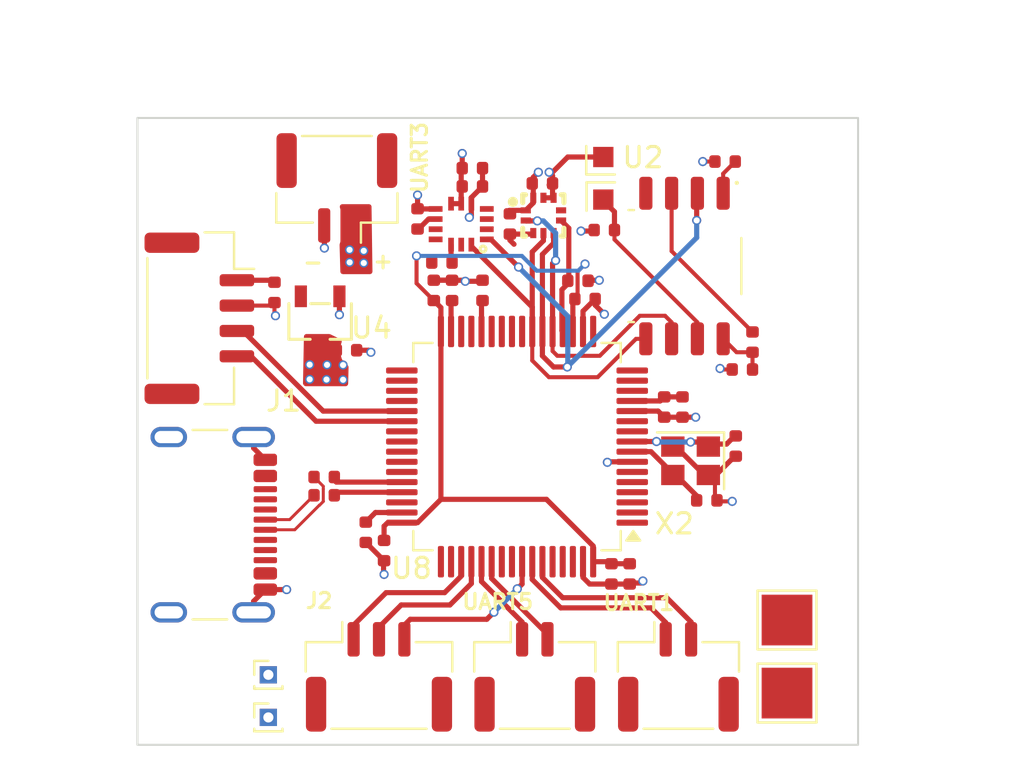
<source format=kicad_pcb>
(kicad_pcb (version 20241229) (generator "pcbnew") (generator_version "9.0")
  (layers (0 "F.Cu" signal) (2 "B.Cu" signal) (13 "F.Paste" user) (15 "B.Paste" user) (5 "F.SilkS" user "F.Silkscreen") (7 "B.SilkS" user "B.Silkscreen") (1 "F.Mask" user) (3 "B.Mask" user) (25 "Edge.Cuts" user))
  (net 0 "")
  (net 1 "+3.3V")
  (net 2 "/SPI3_MOSI")
  (net 3 "/SPI3_MISO")
  (net 4 "GND")
  (net 5 "/SPI3_SCK")
  (net 6 "/USB_FS_DP")
  (net 7 "/OSC_OUT")
  (net 8 "Net-(C16-Pad1)")
  (net 9 "Net-(U8-NRST)")
  (net 10 "Net-(U8-VCAP_2)")
  (net 11 "/USB_FS_DN")
  (net 12 "Net-(U8-VCAP_1)")
  (net 13 "/SPI1_MOSI")
  (net 14 "/SPI1_SCK")
  (net 15 "/SPI1_MISO")
  (net 16 "/SPI5_NSS")
  (net 17 "+5V")
  (net 18 "/SPI1_NSS")
  (net 19 "Net-(U2-~{HOLD}{slash}~{RESET}{slash}IO_{3})")
  (net 20 "Net-(U2-~{WP}{slash}IO_{2})")
  (net 21 "/SPI2_NSS")
  (net 22 "/UART5_TX")
  (net 23 "/UART5_RX")
  (net 24 "Net-(U8-PA11)")
  (net 25 "/USART1_RX")
  (net 26 "/USART6_TX")
  (net 27 "/USART1_TX")
  (net 28 "Net-(U8-VDDA)")
  (net 29 "Net-(U8-PA12)")
  (net 30 "/BOOT1")
  (net 31 "/OSC_IN")
  (net 32 "/USART6_RX")
  (net 35 "/OSC32_IN")
  (net 36 "/OSC32_OUT")
  (net 37 "/SPI2_MISO")
  (net 38 "/SPI2_MOSI")
  (net 39 "/UART4_TX")
  (net 40 "/UART4_RX")
  (net 41 "/USART2_TX")
  (net 42 "/USART2_RX")
  (net 47 "/USART3_TX")
  (net 48 "/USART3_RX")
  (net 50 "/SPI2_SCK")
  (net 63 "Net-(U8-BOOT0)")
  (net 66 "/BMP_INT")
  (net 69 "/IMU_INT")
  (net 72 "Net-(P2-CC)")
  (footprint "Connector_USB:USB_C_Receptacle_GCT_USB4105-xx-A_16P_TopMnt_Horizontal" (layer "F.Cu") (at 131.052536 78.677859 -90)
    (property "Reference" "P2" (hide yes))
    (property "Value" "USB_C_Plug_USB2.0")
  )
  (footprint "PCM_JLCPCB:R_0402" (layer "F.Cu") (at 137.632536 76.327859 180)
    (property "Reference" "R16" (hide yes))
    (property "Value" "22Ω" (hide yes))
  )
  (footprint "PCM_JLCPCB:C_0402" (layer "F.Cu") (at 144.932536 62.002859)
    (property "Reference" "C6" (hide yes))
    (property "Value" "100nF")
  )
  (footprint "TestPoint:TestPoint_Pad_1.0x1.0mm" (layer "F.Cu") (at 151.382536 60.552859)
    (property "Reference" "REF**" (hide yes))
    (property "Value" "TestPoint_Pad_1.0x1.0mm")
  )
  (footprint "Connector_JST:JST_GH_SM02B-GHS-TB_1x02-1MP_P1.25mm_Horizontal" (layer "F.Cu") (at 138.257536 62.077859 180)
    (property "Reference" "UART3")
    (property "Value" "Connector")
  )
  (footprint "Connector_JST:JST_GH_SM03B-GHS-TB_1x03-1MP_P1.25mm_Horizontal" (layer "F.Cu") (at 140.332536 86.177859)
    (property "Reference" "J2")
    (property "Value" "SPI3")
  )
  (footprint "PCM_JLCPCB:C_0402" (layer "F.Cu") (at 158.232536 71.027859)
    (property "Reference" "C1" (hide yes))
    (property "Value" "100nF")
  )
  (footprint "PCM_JLCPCB:R_0402" (layer "F.Cu") (at 145.432536 67.127859 90)
    (property "Reference" "R17" (hide yes))
    (property "Value" "5.1kΩ" (hide yes))
  )
  (footprint "PCM_JLCPCB:R_0402" (layer "F.Cu") (at 157.382536 60.777859 180)
    (property "Reference" "R7" (hide yes))
    (property "Value" "5.1kΩ" (hide yes))
  )
  (footprint "Crystal:Crystal_SMD_2520-4Pin_2.5x2.0mm" (layer "F.Cu") (at 155.682536 75.527859 180)
    (property "Reference" "X2")
    (property "Value" "Shenzhen SCTF Elec SX2B12.000F1010F30")
  )
  (footprint "PCM_JLCPCB:C_0402" (layer "F.Cu") (at 143.932536 67.127859 90)
    (property "Reference" "C13" (hide yes))
    (property "Value" "2.2uF")
  )
  (footprint "Package_QFP:LQFP-64_10x10mm_P0.5mm" (layer "F.Cu") (at 147.132536 74.827859 180)
    (property "Reference" "U8")
    (property "Value" "STM32F405RGTx")
  )
  (footprint "easyeda2kicad:LGA-14_L3.0-W2.5-P0.50-TL" (layer "F.Cu") (at 144.382536 63.862859 180)
    (property "Reference" "U1" (hide yes))
    (property "Value" "ICM-42605")
  )
  (footprint "PCM_JLCPCB:C_0402" (layer "F.Cu") (at 148.382536 61.852859)
    (property "Reference" "C2" (hide yes))
    (property "Value" "100nF")
  )
  (footprint "TestPoint:TestPoint_Pad_1.0x1.0mm" (layer "F.Cu") (at 151.382536 62.652859 -90)
    (property "Reference" "REF**" (hide yes))
    (property "Value" "TestPoint_Pad_1.0x1.0mm")
  )
  (footprint "Connector_JST:JST_GH_SM02B-GHS-TB_1x02-1MP_P1.25mm_Horizontal" (layer "F.Cu") (at 148.007536 86.177859)
    (property "Reference" "UART5")
    (property "Value" "Connector")
  )
  (footprint "Connector_PinHeader_1.00mm:PinHeader_1x01_P1.00mm_Vertical" (layer "F.Cu") (at 134.882536 88.177859)
    (property "Reference" "REF**" (hide yes))
    (property "Value" "PinHeader_1x01_P1.00mm_Vertical")
  )
  (footprint "PCM_JLCPCB:C_0402" (layer "F.Cu") (at 140.582536 79.952859 -90)
    (property "Reference" "C19" (hide yes))
    (property "Value" "100nF")
  )
  (footprint "TestPoint:TestPoint_Pad_2.5x2.5mm" (layer "F.Cu") (at 160.432536 83.377859)
    (property "Reference" "REF**" (hide yes))
    (property "Value" "TestPoint_Pad_2.5x2.5mm")
  )
  (footprint "PCM_JLCPCB:C_0402" (layer "F.Cu") (at 143.032536 67.127859 90)
    (property "Reference" "C17" (hide yes))
    (property "Value" "100nF")
  )
  (footprint "Package_SO:SOIC-8_5.3x5.3mm_P1.27mm" (layer "F.Cu") (at 155.382536 65.927859 -90)
    (property "Reference" "U2")
    (property "Value" "W25Q16JVSS")
  )
  (footprint "PCM_JLCPCB:R_0402" (layer "F.Cu") (at 150.132536 66.652859 180)
    (property "Reference" "R15" (hide yes))
    (property "Value" "5.1kΩ" (hide yes))
  )
  (footprint "MountingHole:MountingHole_2.1mm" (layer "F.Cu") (at 131.332536 61.177859)
    (property "Reference" "REF**" (hide yes))
    (property "Value" "MountingHole_2.1mm")
  )
  (footprint "PCM_JLCPCB:C_0402" (layer "F.Cu") (at 154.382536 72.877859 -90)
    (property "Reference" "C30" (hide yes))
    (property "Value" "1uF")
  )
  (footprint "PCM_JLCPCB:R_0402" (layer "F.Cu") (at 151.432536 64.152859 180)
    (property "Reference" "R4" (hide yes))
    (property "Value" "5.1kΩ" (hide yes))
  )
  (footprint "PCM_JLCPCB:C_0402" (layer "F.Cu") (at 138.732536 70.077859)
    (property "Reference" "C34" (hide yes))
    (property "Value" "1uF")
  )
  (footprint "Connector_PinHeader_1.00mm:PinHeader_1x01_P1.00mm_Vertical" (layer "F.Cu") (at 134.882536 86.077859)
    (property "Reference" "REF**" (hide yes))
    (property "Value" "PinHeader_1x01_P1.00mm_Vertical")
  )
  (footprint "PCM_JLCPCB:C_0402" (layer "F.Cu") (at 150.482536 67.552859)
    (property "Reference" "C16" (hide yes))
    (property "Value" "100nF")
  )
  (footprint "PCM_JLCPCB:R_0402" (layer "F.Cu") (at 158.732536 69.677859 -90)
    (property "Reference" "R3" (hide yes))
    (property "Value" "5.1kΩ" (hide yes))
  )
  (footprint "PCM_JLCPCB:R_0402" (layer "F.Cu") (at 137.632536 77.227859 180)
    (property "Reference" "R9" (hide yes))
    (property "Value" "22Ω" (hide yes))
  )
  (footprint "PCM_JLCPCB:C_0402" (layer "F.Cu") (at 139.682536 79.052859 -90)
    (property "Reference" "C14" (hide yes))
    (property "Value" "2.2uF")
  )
  (footprint "Connector_JST:JST_GH_SM04B-GHS-TB_1x04-1MP_P1.25mm_Horizontal" (layer "F.Cu") (at 131.482536 68.502859 -90)
    (property "Reference" "J1")
    (property "Value" "Conn_01x04")
  )
  (footprint "easyeda2kicad:SENSORM-SMD_BMP388" (layer "F.Cu") (at 148.432536 63.432859 90)
    (property "Reference" "U3" (hide yes))
    (property "Value" "BMP388")
  )
  (footprint "easyeda2kicad:SOT-23-3_L2.9-W1.6-P1.90-LS2.8-BR" (layer "F.Cu") (at 137.432536 68.66 90)
    (property "Reference" "U4")
    (property "Value" "XC6206P332MR")
  )
  (footprint "PCM_JLCPCB:C_0402" (layer "F.Cu") (at 146.782536 63.852859 -90)
    (property "Reference" "C12" (hide yes))
    (property "Value" "100nF")
  )
  (footprint "PCM_JLCPCB:C_0402" (layer "F.Cu") (at 151.782536 81.102859 -90)
    (property "Reference" "C24" (hide yes))
    (property "Value" "4.7uF")
  )
  (footprint "PCM_JLCPCB:C_0402" (layer "F.Cu") (at 144.932536 61.102859 180)
    (property "Reference" "C7" (hide yes))
    (property "Value" "2.2uF")
  )
  (footprint "PCM_JLCPCB:C_0402" (layer "F.Cu") (at 135.182536 67.227859 -90)
    (property "Reference" "C35" (hide yes))
    (property "Value" "1uF")
  )
  (footprint "PCM_JLCPCB:C_0402" (layer "F.Cu") (at 152.682536 81.102859 -90)
    (property "Reference" "C22" (hide yes))
    (property "Value" "100nF")
  )
  (footprint "PCM_JLCPCB:R_0402" (layer "F.Cu") (at 143.432536 65.752859)
    (property "Reference" "R12" (hide yes))
    (property "Value" "5.1kΩ" (hide yes))
  )
  (footprint "PCM_JLCPCB:C_0402" (layer "F.Cu") (at 155.282536 72.877859 -90)
    (property "Reference" "C23" (hide yes))
    (property "Value" "100nF")
  )
  (footprint "PCM_JLCPCB:C_0402" (layer "F.Cu") (at 156.482536 77.477859)
    (property "Reference" "C32" (hide yes))
    (property "Value" "20pF")
  )
  (footprint "Connector_JST:JST_GH_SM02B-GHS-TB_1x02-1MP_P1.25mm_Horizontal" (layer "F.Cu") (at 155.082536 86.177859)
    (property "Reference" "UART1")
    (property "Value" "Connector")
  )
  (footprint "PCM_JLCPCB:C_0402" (layer "F.Cu") (at 157.907536 74.802859 90)
    (property "Reference" "C33" (hide yes))
    (property "Value" "20pF")
  )
  (footprint "PCM_JLCPCB:C_0402" (layer "F.Cu") (at 142.232536 63.602859 90)
    (property "Reference" "C8" (hide yes))
    (property "Value" "10nF")
  )
  (footprint "TestPoint:TestPoint_Pad_2.5x2.5mm" (layer "F.Cu") (at 160.432536 86.977859)
    (property "Reference" "REF**" (hide yes))
    (property "Value" "TestPoint_Pad_2.5x2.5mm")
  )
  (footprint "MountingHole:MountingHole_2.1mm" (layer "F.Cu") (at 131.032536 86.727859)
    (property "Reference" "REF**" (hide yes))
    (property "Value" "MountingHole_2.1mm")
  )
  (footprint "MountingHole:MountingHole_2.1mm" (layer "F.Cu") (at 161.382536 61.127859)
    (property "Reference" "REF**" (hide yes))
    (property "Value" "MountingHole_2.1mm")
  )
  (gr_rect (start 128.432536 58.627859) (end 163.932536 89.527859) (stroke (width 0.1)) (fill no) (layer "Edge.Cuts"))
  (gr_text "-\n" (at 137.082536 65.727859 0) (layer "F.SilkS") (effects (font (size 0.75 0.75))))
  (gr_text "+\n" (at 140.532536 65.677859 0) (layer "F.SilkS") (effects (font (size 0.75 0.75))))
  (segment (start 158.732536 70.177859) (end 157.950036 70.177859) (width 0.2) (layer "F.Cu") (net 1))
  (segment (start 150.882536 64.202859) (end 150.932536 64.152859) (width 0.254) (layer "F.Cu") (net 1))
  (segment (start 144.882536 62.852859) (end 144.882536 62.552859) (width 0.254) (layer "F.Cu") (net 1))
  (segment (start 158.732536 70.177859) (end 158.732536 71.027859) (width 0.2) (layer "F.Cu") (net 1))
  (segment (start 157.950036 70.177859) (end 157.287536 69.515359) (width 0.2) (layer "F.Cu") (net 1))
  (segment (start 144.882536 62.852859) (end 144.882536 63.427859) (width 0.254) (layer "F.Cu") (net 1))
  (segment (start 148.182536 61.302859) (end 147.932536 61.552859) (width 0.254) (layer "F.Cu") (net 1))
  (segment (start 147.932536 62.812859) (end 147.562536 63.182859) (width 0.254) (layer "F.Cu") (net 1))
  (segment (start 146.762536 63.182859) (end 146.712536 63.232859) (width 0.254) (layer "F.Cu") (net 1))
  (segment (start 147.932536 62.562859) (end 147.932536 62.812859) (width 0.254) (layer "F.Cu") (net 1))
  (segment (start 142.232536 63.052859) (end 142.292536 63.112859) (width 0.254) (layer "F.Cu") (net 1))
  (segment (start 142.232536 62.427859) (end 142.232536 63.052859) (width 0.254) (layer "F.Cu") (net 1))
  (segment (start 144.882536 63.427859) (end 144.782536 63.527859) (width 0.254) (layer "F.Cu") (net 1))
  (segment (start 147.562536 63.182859) (end 146.762536 63.182859) (width 0.254) (layer "F.Cu") (net 1))
  (segment (start 150.282536 64.202859) (end 150.882536 64.202859) (width 0.254) (layer "F.Cu") (net 1))
  (segment (start 144.882536 62.552859) (end 145.432536 62.002859) (width 0.254) (layer "F.Cu") (net 1))
  (segment (start 156.882536 60.777859) (end 156.282536 60.777859) (width 0.2) (layer "F.Cu") (net 1))
  (segment (start 145.432536 62.002859) (end 145.432536 61.102859) (width 0.254) (layer "F.Cu") (net 1))
  (segment (start 150.657536 66.627859) (end 150.632536 66.652859) (width 0.254) (layer "F.Cu") (net 1))
  (segment (start 142.292536 63.112859) (end 143.122536 63.112859) (width 0.254) (layer "F.Cu") (net 1))
  (segment (start 147.932536 61.552859) (end 147.932536 62.562859) (width 0.254) (layer "F.Cu") (net 1))
  (segment (start 151.182536 66.627859) (end 150.657536 66.627859) (width 0.254) (layer "F.Cu") (net 1))
  (via (at 136.917536 70.787859) (size 0.45) (drill 0.3) (layers "F.Cu" "B.Cu") (net 1))
  (via (at 138.882536 65.127859) (size 0.45) (drill 0.3) (layers "F.Cu" "B.Cu") (net 1))
  (via (at 151.182536 66.627859) (size 0.45) (drill 0.3) (layers "F.Cu" "B.Cu") (net 1))
  (via (at 150.282536 64.202859) (size 0.45) (drill 0.3) (layers "F.Cu" "B.Cu") (net 1))
  (via (at 156.282536 60.777859) (size 0.45) (drill 0.3) (layers "F.Cu" "B.Cu") (net 1))
  (via (at 148.182536 61.302859) (size 0.45) (drill 0.3) (layers "F.Cu" "B.Cu") (net 1))
  (via (at 137.747536 71.522859) (size 0.45) (drill 0.3) (layers "F.Cu" "B.Cu") (net 1))
  (via (at 136.917536 71.512859) (size 0.45) (drill 0.3) (layers "F.Cu" "B.Cu") (net 1))
  (via (at 137.772536 70.797859) (size 0.45) (drill 0.3) (layers "F.Cu" "B.Cu") (net 1))
  (via (at 138.562536 70.807859) (size 0.45) (drill 0.3) (layers "F.Cu" "B.Cu") (net 1))
  (via (at 139.582536 65.177859) (size 0.45) (drill 0.3) (layers "F.Cu" "B.Cu") (net 1))
  (via (at 144.782536 63.527859) (size 0.45) (drill 0.3) (layers "F.Cu" "B.Cu") (net 1))
  (via (at 138.888042 65.745412) (size 0.45) (drill 0.3) (layers "F.Cu" "B.Cu") (net 1))
  (via (at 142.232536 62.427859) (size 0.45) (drill 0.3) (layers "F.Cu" "B.Cu") (net 1))
  (via (at 138.562536 71.532859) (size 0.45) (drill 0.3) (layers "F.Cu" "B.Cu") (net 1))
  (via (at 139.582536 65.777859) (size 0.45) (drill 0.3) (layers "F.Cu" "B.Cu") (net 1))
  (segment (start 147.382536 80.502859) (end 147.382536 81.602859) (width 0.254) (layer "F.Cu") (net 2))
  (segment (start 145.995036 82.990359) (end 145.645036 83.340359) (width 0.254) (layer "F.Cu") (net 2))
  (segment (start 141.582536 83.627859) (end 141.582536 84.327859) (width 0.254) (layer "F.Cu") (net 2))
  (segment (start 147.382536 81.602859) (end 147.145036 81.840359) (width 0.254) (layer "F.Cu") (net 2))
  (segment (start 145.645036 83.340359) (end 141.870036 83.340359) (width 0.254) (layer "F.Cu") (net 2))
  (segment (start 141.870036 83.340359) (end 141.582536 83.627859) (width 0.254) (layer "F.Cu") (net 2))
  (via (at 147.145036 81.840359) (size 0.45) (drill 0.3) (layers "F.Cu" "B.Cu") (net 2))
  (via (at 145.995036 82.990359) (size 0.45) (drill 0.3) (layers "F.Cu" "B.Cu") (net 2))
  (segment (start 145.995036 82.990359) (end 147.145036 81.840359) (width 0.254) (layer "B.Cu") (net 2))
  (segment (start 140.332536 84.327859) (end 140.332536 83.727859) (width 0.254) (layer "F.Cu") (net 3))
  (segment (start 140.332536 83.727859) (end 141.425936 82.634459) (width 0.254) (layer "F.Cu") (net 3))
  (segment (start 141.425936 82.634459) (end 143.825936 82.634459) (width 0.254) (layer "F.Cu") (net 3))
  (segment (start 143.825936 82.634459) (end 144.882536 81.577859) (width 0.254) (layer "F.Cu") (net 3))
  (segment (start 144.882536 81.577859) (end 144.882536 80.502859) (width 0.254) (layer "F.Cu") (net 3))
  (segment (start 148.714536 61.927859) (end 148.882536 61.927859) (width 0.254) (layer "F.Cu") (net 4))
  (segment (start 152.682536 81.602859) (end 151.782536 81.602859) (width 0.254) (layer "F.Cu") (net 4))
  (segment (start 139.832536 70.077859) (end 139.232536 70.077859) (width 0.254) (layer "F.Cu") (net 4))
  (segment (start 147.882536 64.352859) (end 147.932536 64.302859) (width 0.254) (layer "F.Cu") (net 4))
  (segment (start 144.382536 62.852859) (end 144.382536 61.152859) (width 0.254) (layer "F.Cu") (net 4))
  (segment (start 157.032536 77.527859) (end 156.982536 77.477859) (width 0.2) (layer "F.Cu") (net 4))
  (segment (start 138.382536 68.327859) (end 138.382536 67.42) (width 0.254) (layer "F.Cu") (net 4))
  (segment (start 148.882536 61.852859) (end 148.882536 61.470859) (width 0.254) (layer "F.Cu") (net 4))
  (segment (start 155.932536 73.377859) (end 155.282536 73.377859) (width 0.254) (layer "F.Cu") (net 4))
  (segment (start 153.332536 81.452859) (end 153.232536 81.552859) (width 0.254) (layer "F.Cu") (net 4))
  (segment (start 135.032536 67.727859) (end 135.182536 67.727859) (width 0.2) (layer "F.Cu") (net 4))
  (segment (start 139.932536 70.177859) (end 139.832536 70.077859) (width 0.254) (layer "F.Cu") (net 4))
  (segment (start 134.732536 81.877859) (end 135.782536 81.877859) (width 0.254) (layer "F.Cu") (net 4))
  (segment (start 150.982536 67.852859) (end 151.432536 68.302859) (width 0.254) (layer "F.Cu") (net 4))
  (segment (start 135.032536 67.877859) (end 135.182536 67.727859) (width 0.2) (layer "F.Cu") (net 4))
  (segment (start 157.057536 76.102859) (end 157.857536 75.302859) (width 0.254) (layer "F.Cu") (net 4))
  (segment (start 151.782536 81.602859) (end 150.707537 81.602859) (width 0.254) (layer "F.Cu") (net 4))
  (segment (start 148.882536 61.852859) (end 148.882536 62.512859) (width 0.254) (layer "F.Cu") (net 4))
  (segment (start 140.557536 80.477859) (end 140.582536 80.452859) (width 0.254) (layer "F.Cu") (net 4))
  (segment (start 156.882536 77.377859) (end 156.982536 77.477859) (width 0.2) (layer "F.Cu") (net 4))
  (segment (start 152.832536 81.552859) (end 152.782536 81.602859) (width 0.254) (layer "F.Cu") (net 4))
  (segment (start 156.232536 76.102859) (end 156.582536 76.102859) (width 0.254) (layer "F.Cu") (net 4))
  (segment (start 135.182536 67.727859) (end 135.182536 68.327859) (width 0.2) (layer "F.Cu") (net 4))
  (segment (start 144.582536 66.677859) (end 144.532536 66.627859) (width 0.254) (layer "F.Cu") (net 4))
  (segment (start 144.382536 62.852859) (end 143.882536 62.852859) (width 0.254) (layer "F.Cu") (net 4))
  (segment (start 157.732536 71.027859) (end 157.182536 71.027859) (width 0.2) (layer "F.Cu") (net 4))
  (segment (start 148.882536 62.512859) (end 148.932536 62.562859) (width 0.254) (layer "F.Cu") (net 4))
  (segment (start 148.882536 61.302859) (end 149.632536 60.552859) (width 0.254) (layer "F.Cu") (net 4))
  (segment (start 156.557536 76.227859) (end 156.882536 76.552859) (width 0.2) (layer "F.Cu") (net 4))
  (segment (start 140.582536 81.127859) (end 140.557536 81.102859) (width 0.254) (layer "F.Cu") (net 4))
  (segment (start 135.182536 68.327859) (end 135.232536 68.377859) (width 0.2) (layer "F.Cu") (net 4))
  (segment (start 154.082536 73.077859) (end 154.382536 73.377859) (width 0.254) (layer "F.Cu") (net 4))
  (segment (start 134.157536 74.902859) (end 134.732536 75.477859) (width 0.254) (layer "F.Cu") (net 4))
  (segment (start 137.642536 65.041788) (end 137.642536 64.133929) (width 0.254) (layer "F.Cu") (net 4))
  (segment (start 140.557536 81.102859) (end 140.557536 80.477859) (width 0.254) (layer "F.Cu") (net 4))
  (segment (start 134.157536 82.452859) (end 134.732536 81.877859) (width 0.254) (layer "F.Cu") (net 4))
  (segment (start 157.182536 71.027859) (end 157.132536 70.977859) (width 0.2) (layer "F.Cu") (net 4))
  (segment (start 142.282536 64.102859) (end 142.772536 63.612859) (width 0.254) (layer "F.Cu") (net 4))
  (segment (start 144.582536 66.677859) (end 145.382536 66.677859) (width 0.254) (layer "F.Cu") (net 4))
  (segment (start 142.772536 63.612859) (end 143.122536 63.612859) (width 0.254) (layer "F.Cu") (net 4))
  (segment (start 139.682536 79.552859) (end 140.582536 80.452859) (width 0.254) (layer "F.Cu") (net 4))
  (segment (start 148.882536 61.470859) (end 148.714536 61.302859) (width 0.254) (layer "F.Cu") (net 4))
  (segment (start 143.932536 66.627859) (end 143.032536 66.627859) (width 0.254) (layer "F.Cu") (net 4))
  (segment (start 150.982536 67.552859) (end 150.382536 68.152859) (width 0.254) (layer "F.Cu") (net 4))
  (segment (start 134.157536 82.997859) (end 134.157536 82.452859) (width 0.254) (layer "F.Cu") (net 4))
  (segment (start 153.232536 81.552859) (end 152.832536 81.552859) (width 0.254) (layer "F.Cu") (net 4))
  (segment (start 146.982536 64.852859) (end 146.782536 64.652859) (width 0.254) (layer "F.Cu") (net 4))
  (segment (start 145.382536 66.677859) (end 145.432536 66.627859) (width 0.254) (layer "F.Cu") (net 4))
  (segment (start 150.382536 68.152859) (end 150.382536 69.152859) (width 0.254) (layer "F.Cu") (net 4))
  (segment (start 133.332536 67.877859) (end 135.032536 67.877859) (width 0.2) (layer "F.Cu") (net 4))
  (segment (start 150.382536 81.277858) (end 150.382536 80.502859) (width 0.254) (layer "F.Cu") (net 4))
  (segment (start 152.782536 81.602859) (end 152.682536 81.602859) (width 0.254) (layer "F.Cu") (net 4))
  (segment (start 146.782536 64.352859) (end 147.882536 64.352859) (width 0.254) (layer "F.Cu") (net 4))
  (segment (start 154.382536 73.377859) (end 155.282536 73.377859) (width 0.254) (layer "F.Cu") (net 4))
  (segment (start 149.632536 60.552859) (end 151.332536 60.552859) (width 0.254) (layer "F.Cu") (net 4))
  (segment (start 157.732536 77.527859) (end 157.032536 77.527859) (width 0.2) (layer "F.Cu") (net 4))
  (segment (start 150.707537 81.602859) (end 150.382536 81.277858) (width 0.254) (layer "F.Cu") (net 4))
  (segment (start 144.532536 66.627859) (end 143.032536 66.627859) (width 0.254) (layer "F.Cu") (net 4))
  (segment (start 156.882536 76.552859) (end 156.882536 77.377859) (width 0.2) (layer "F.Cu") (net 4))
  (segment (start 150.982536 67.552859) (end 150.982536 67.852859) (width 0.254) (layer "F.Cu") (net 4))
  (segment (start 154.832536 74.702859) (end 156.232536 76.102859) (width 0.254) (layer "F.Cu") (net 4))
  (segment (start 148.432536 62.562859) (end 148.932536 62.562859) (width 0.254) (layer "F.Cu") (net 4))
  (segment (start 144.382536 61.152859) (end 144.432536 61.102859) (width 0.254) (layer "F.Cu") (net 4))
  (segment (start 146.782536 64.652859) (end 146.782536 64.352859) (width 0.254) (layer "F.Cu") (net 4))
  (segment (start 134.157536 74.357859) (end 134.157536 74.902859) (width 0.254) (layer "F.Cu") (net 4))
  (segment (start 144.432536 60.377859) (end 144.432536 61.102859) (width 0.254) (layer "F.Cu") (net 4))
  (segment (start 152.807536 73.077859) (end 154.082536 73.077859) (width 0.254) (layer "F.Cu") (net 4))
  (via (at 148.714536 61.302859) (size 0.45) (drill 0.3) (layers "F.Cu" "B.Cu") (net 4))
  (via (at 157.732536 77.527859) (size 0.45) (drill 0.3) (layers "F.Cu" "B.Cu") (net 4))
  (via (at 135.782536 81.877859) (size 0.45) (drill 0.3) (layers "F.Cu" "B.Cu") (net 4))
  (via (at 140.582536 81.127859) (size 0.45) (drill 0.3) (layers "F.Cu" "B.Cu") (net 4))
  (via (at 139.932536 70.177859) (size 0.45) (drill 0.3) (layers "F.Cu" "B.Cu") (net 4))
  (via (at 137.642536 65.041788) (size 0.45) (drill 0.3) (layers "F.Cu" "B.Cu") (net 4))
  (via (at 138.382536 68.327859) (size 0.45) (drill 0.3) (layers "F.Cu" "B.Cu") (net 4))
  (via (at 157.132536 70.977859) (size 0.45) (drill 0.3) (layers "F.Cu" "B.Cu") (net 4))
  (via (at 144.432536 60.377859) (size 0.45) (drill 0.3) (layers "F.Cu" "B.Cu") (net 4))
  (via (at 144.582536 66.677859) (size 0.45) (drill 0.3) (layers "F.Cu" "B.Cu") (net 4))
  (via (at 155.932536 73.377859) (size 0.45) (drill 0.3) (layers "F.Cu" "B.Cu") (net 4))
  (via (at 153.332536 81.452859) (size 0.45) (drill 0.3) (layers "F.Cu" "B.Cu") (net 4))
  (via (at 135.232536 68.377859) (size 0.45) (drill 0.3) (layers "F.Cu" "B.Cu") (net 4))
  (via (at 151.432536 68.302859) (size 0.45) (drill 0.3) (layers "F.Cu" "B.Cu") (net 4))
  (segment (start 144.382536 81.210707) (end 144.382536 80.502859) (width 0.254) (layer "F.Cu") (net 5))
  (segment (start 143.565384 82.027859) (end 144.382536 81.210707) (width 0.254) (layer "F.Cu") (net 5))
  (segment (start 140.682536 82.027859) (end 143.565384 82.027859) (width 0.254) (layer "F.Cu") (net 5))
  (segment (start 139.082536 83.627859) (end 140.682536 82.027859) (width 0.254) (layer "F.Cu") (net 5))
  (segment (start 139.082536 84.327859) (end 139.082536 83.627859) (width 0.254) (layer "F.Cu") (net 5))
  (segment (start 135.932536 78.427859) (end 137.132536 77.227859) (width 0.146812) (layer "F.Cu") (net 6))
  (segment (start 134.732536 78.427859) (end 135.932536 78.427859) (width 0.146812) (layer "F.Cu") (net 6))
  (segment (start 156.582536 74.702859) (end 157.457536 74.702859) (width 0.254) (layer "F.Cu") (net 7))
  (segment (start 154.002936 74.577859) (end 152.807536 74.577859) (width 0.254) (layer "F.Cu") (net 7))
  (segment (start 156.482536 74.602859) (end 156.582536 74.702859) (width 0.254) (layer "F.Cu") (net 7))
  (segment (start 157.457536 74.702859) (end 157.857536 74.302859) (width 0.254) (layer "F.Cu") (net 7))
  (segment (start 155.682536 74.602859) (end 156.482536 74.602859) (width 0.254) (layer "F.Cu") (net 7))
  (via (at 155.682536 74.602859) (size 0.45) (drill 0.3) (layers "F.Cu" "B.Cu") (net 7))
  (via (at 154.002936 74.577859) (size 0.45) (drill 0.3) (layers "F.Cu" "B.Cu") (net 7))
  (segment (start 154.002936 74.577859) (end 154.027936 74.602859) (width 0.254) (layer "B.Cu") (net 7))
  (segment (start 154.027936 74.602859) (end 155.682536 74.602859) (width 0.254) (layer "B.Cu") (net 7))
  (segment (start 140.582536 78.752859) (end 140.732536 78.602859) (width 0.254) (layer "F.Cu") (net 8))
  (segment (start 150.882536 79.72786) (end 148.582534 77.427858) (width 0.254) (layer "F.Cu") (net 8))
  (segment (start 149.882536 69.152859) (end 149.882536 67.627859) (width 0.254) (layer "F.Cu") (net 8))
  (segment (start 142.182536 65.427859) (end 142.182536 66.777859) (width 0.2) (layer "F.Cu") (net 8))
  (segment (start 152.682536 80.602859) (end 151.782536 80.602859) (width 0.254) (layer "F.Cu") (net 8))
  (segment (start 143.382536 77.427858) (end 142.232535 78.577859) (width 0.254) (layer "F.Cu") (net 8))
  (segment (start 150.115136 67.420259) (end 150.115136 66.195259) (width 0.2) (layer "F.Cu") (net 8))
  (segment (start 148.582534 77.427858) (end 143.382536 77.427858) (width 0.254) (layer "F.Cu") (net 8))
  (segment (start 143.382536 67.977859) (end 143.032536 67.627859) (width 0.254) (layer "F.Cu") (net 8))
  (segment (start 143.382536 69.152859) (end 143.382536 67.977859) (width 0.254) (layer "F.Cu") (net 8))
  (segment (start 142.182536 66.777859) (end 143.032536 67.627859) (width 0.2) (layer "F.Cu") (net 8))
  (segment (start 151.682536 80.502859) (end 151.782536 80.602859) (width 0.254) (layer "F.Cu") (net 8))
  (segment (start 150.882536 80.502859) (end 151.682536 80.502859) (width 0.254) (layer "F.Cu") (net 8))
  (segment (start 150.882536 80.502859) (end 150.882536 79.72786) (width 0.254) (layer "F.Cu") (net 8))
  (segment (start 149.982536 67.552859) (end 150.115136 67.420259) (width 0.2) (layer "F.Cu") (net 8))
  (segment (start 140.582536 79.452859) (end 140.582536 78.752859) (width 0.254) (layer "F.Cu") (net 8))
  (segment (start 142.232535 78.577859) (end 141.457536 78.577859) (width 0.254) (layer "F.Cu") (net 8))
  (segment (start 150.115136 66.195259) (end 150.482536 65.827859) (width 0.2) (layer "F.Cu") (net 8))
  (segment (start 143.382536 69.152859) (end 143.382536 77.427858) (width 0.254) (layer "F.Cu") (net 8))
  (via (at 142.182536 65.427859) (size 0.45) (drill 0.3) (layers "F.Cu" "B.Cu") (net 8))
  (via (at 150.482536 65.827859) (size 0.45) (drill 0.3) (layers "F.Cu" "B.Cu") (net 8))
  (segment (start 147.371714 65.427859) (end 142.182536 65.427859) (width 0.2) (layer "B.Cu") (net 8))
  (segment (start 148.101714 66.157859) (end 147.371714 65.427859) (width 0.2) (layer "B.Cu") (net 8))
  (segment (start 150.482536 65.827859) (end 150.152536 66.157859) (width 0.2) (layer "B.Cu") (net 8))
  (segment (start 150.152536 66.157859) (end 148.101714 66.157859) (width 0.2) (layer "B.Cu") (net 8))
  (segment (start 151.607536 75.577859) (end 151.582536 75.602859) (width 0.254) (layer "F.Cu") (net 9))
  (segment (start 152.807536 75.577859) (end 151.607536 75.577859) (width 0.254) (layer "F.Cu") (net 9))
  (via (at 151.582536 75.602859) (size 0.45) (drill 0.3) (layers "F.Cu" "B.Cu") (net 9))
  (segment (start 140.157536 78.077859) (end 141.457536 78.077859) (width 0.254) (layer "F.Cu") (net 10))
  (segment (start 139.682536 78.552859) (end 140.157536 78.077859) (width 0.254) (layer "F.Cu") (net 10))
  (segment (start 137.588542 77.521853) (end 137.588542 76.923085) (width 0.146812) (layer "F.Cu") (net 11))
  (segment (start 137.588542 77.532633) (end 137.588542 77.521853) (width 0.146812) (layer "F.Cu") (net 11))
  (segment (start 134.732536 78.927859) (end 136.182536 78.927859) (width 0.146812) (layer "F.Cu") (net 11))
  (segment (start 137.588542 76.923085) (end 137.588542 76.783865) (width 0.146812) (layer "F.Cu") (net 11))
  (segment (start 136.182536 78.927859) (end 137.39653 77.713865) (width 0.146812) (layer "F.Cu") (net 11))
  (segment (start 137.588542 76.783865) (end 137.132536 76.327859) (width 0.146812) (layer "F.Cu") (net 11))
  (segment (start 137.40731 77.713865) (end 137.588542 77.532633) (width 0.146812) (layer "F.Cu") (net 11))
  (segment (start 137.39653 77.713865) (end 137.40731 77.713865) (width 0.146812) (layer "F.Cu") (net 11))
  (segment (start 143.882536 67.677859) (end 143.932536 67.627859) (width 0.254) (layer "F.Cu") (net 12))
  (segment (start 143.882536 69.152859) (end 143.882536 67.677859) (width 0.254) (layer "F.Cu") (net 12))
  (segment (start 152.995036 69.515359) (end 151.102536 71.407859) (width 0.2) (layer "F.Cu") (net 13))
  (segment (start 153.477536 69.515359) (end 152.995036 69.515359) (width 0.2) (layer "F.Cu") (net 13))
  (segment (start 148.432536 64.302859) (end 148.432536 64.678551) (width 0.254) (layer "F.Cu") (net 13))
  (segment (start 148.705004 71.407859) (end 147.882536 70.585391) (width 0.2) (layer "F.Cu") (net 13))
  (segment (start 147.882536 70.585391) (end 147.882536 69.152859) (width 0.2) (layer "F.Cu") (net 13))
  (segment (start 144.882536 64.952859) (end 147.882536 67.952859) (width 0.254) (layer "F.Cu") (net 13))
  (segment (start 147.882536 67.952859) (end 147.882536 69.152859) (width 0.254) (layer "F.Cu") (net 13))
  (segment (start 147.882536 65.228551) (end 147.882536 69.152859) (width 0.254) (layer "F.Cu") (net 13))
  (segment (start 151.102536 71.407859) (end 148.705004 71.407859) (width 0.2) (layer "F.Cu") (net 13))
  (segment (start 148.432536 64.678551) (end 147.882536 65.228551) (width 0.254) (layer "F.Cu") (net 13))
  (segment (start 148.882536 70.117323) (end 148.882536 69.152859) (width 0.2) (layer "F.Cu") (net 14))
  (segment (start 149.032536 65.652859) (end 148.882536 65.802859) (width 0.254) (layer "F.Cu") (net 14))
  (segment (start 154.422535 68.377859) (end 153.182536 68.377859) (width 0.2) (layer "F.Cu") (net 14))
  (segment (start 151.207536 70.352859) (end 149.118072 70.352859) (width 0.2) (layer "F.Cu") (net 14))
  (segment (start 148.132536 63.702859) (end 147.582536 63.702859) (width 0.254) (layer "F.Cu") (net 14))
  (segment (start 154.747536 68.70286) (end 154.422535 68.377859) (width 0.2) (layer "F.Cu") (net 14))
  (segment (start 153.182536 68.377859) (end 151.207536 70.352859) (width 0.2) (layer "F.Cu") (net 14))
  (segment (start 148.882536 65.802859) (end 148.882536 69.152859) (width 0.254) (layer "F.Cu") (net 14))
  (segment (start 154.747536 69.515359) (end 154.747536 68.70286) (width 0.2) (layer "F.Cu") (net 14))
  (segment (start 147.582536 63.702859) (end 147.562536 63.682859) (width 0.254) (layer "F.Cu") (net 14))
  (segment (start 149.118072 70.352859) (end 148.882536 70.117323) (width 0.2) (layer "F.Cu") (net 14))
  (via (at 149.032536 65.652859) (size 0.45) (drill 0.3) (layers "F.Cu" "B.Cu") (net 14))
  (via (at 148.132536 63.702859) (size 0.45) (drill 0.3) (layers "F.Cu" "B.Cu") (net 14))
  (segment (start 148.432536 63.702859) (end 148.132536 63.702859) (width 0.254) (layer "B.Cu") (net 14))
  (segment (start 149.032536 64.302859) (end 148.432536 63.702859) (width 0.254) (layer "B.Cu") (net 14))
  (segment (start 149.032536 65.652859) (end 149.032536 64.302859) (width 0.254) (layer "B.Cu") (net 14))
  (segment (start 149.607536 70.902859) (end 148.930174 70.902859) (width 0.254) (layer "F.Cu") (net 15))
  (segment (start 148.382536 70.355221) (end 148.382536 69.152859) (width 0.254) (layer "F.Cu") (net 15))
  (segment (start 145.842536 64.612859) (end 145.642536 64.612859) (width 0.254) (layer "F.Cu") (net 15))
  (segment (start 148.932536 64.802859) (end 148.932536 64.302859) (width 0.254) (layer "F.Cu") (net 15))
  (segment (start 148.382536 65.352859) (end 148.932536 64.802859) (width 0.254) (layer "F.Cu") (net 15))
  (segment (start 148.930174 70.902859) (end 148.382536 70.355221) (width 0.254) (layer "F.Cu") (net 15))
  (segment (start 155.982536 62.375359) (end 156.017536 62.340359) (width 0.254) (layer "F.Cu") (net 15))
  (segment (start 148.382536 69.152859) (end 148.382536 65.352859) (width 0.254) (layer "F.Cu") (net 15))
  (segment (start 147.207536 65.977859) (end 145.842536 64.612859) (width 0.254) (layer "F.Cu") (net 15))
  (segment (start 155.982536 63.677859) (end 155.982536 62.375359) (width 0.254) (layer "F.Cu") (net 15))
  (via (at 155.982536 63.677859) (size 0.45) (drill 0.3) (layers "F.Cu" "B.Cu") (net 15))
  (via (at 147.207536 65.977859) (size 0.45) (drill 0.3) (layers "F.Cu" "B.Cu") (net 15))
  (via (at 149.607536 70.902859) (size 0.45) (drill 0.3) (layers "F.Cu" "B.Cu") (net 15))
  (segment (start 155.982536 64.527859) (end 155.982536 63.677859) (width 0.254) (layer "B.Cu") (net 15))
  (segment (start 149.632536 70.752859) (end 149.607536 70.777859) (width 0.254) (layer "B.Cu") (net 15))
  (segment (start 149.632536 68.402859) (end 149.632536 70.752859) (width 0.254) (layer "B.Cu") (net 15))
  (segment (start 149.607536 70.777859) (end 149.607536 70.902859) (width 0.254) (layer "B.Cu") (net 15))
  (segment (start 149.607536 70.902859) (end 155.982536 64.527859) (width 0.254) (layer "B.Cu") (net 15))
  (segment (start 147.207536 65.977859) (end 149.632536 68.402859) (width 0.254) (layer "B.Cu") (net 15))
  (segment (start 157.287536 62.340359) (end 157.287536 61.372859) (width 0.2) (layer "F.Cu") (net 16))
  (segment (start 157.287536 61.372859) (end 157.882536 60.777859) (width 0.2) (layer "F.Cu") (net 16))
  (segment (start 133.332536 66.627859) (end 135.272536 66.627859) (width 0.254) (layer "F.Cu") (net 17))
  (segment (start 149.342936 69.113259) (end 149.342936 67.092459) (width 0.254) (layer "F.Cu") (net 18))
  (segment (start 149.342936 67.092459) (end 149.682536 66.752859) (width 0.254) (layer "F.Cu") (net 18))
  (segment (start 149.682536 64.062859) (end 149.302536 63.682859) (width 0.254) (layer "F.Cu") (net 18))
  (segment (start 149.382536 69.152859) (end 149.342936 69.113259) (width 0.254) (layer "F.Cu") (net 18))
  (segment (start 149.372536 63.752859) (end 149.302536 63.682859) (width 0.254) (layer "F.Cu") (net 18))
  (segment (start 149.682536 66.752859) (end 149.682536 64.062859) (width 0.254) (layer "F.Cu") (net 18))
  (segment (start 151.932536 64.61786) (end 151.932536 64.152859) (width 0.2) (layer "F.Cu") (net 19))
  (segment (start 151.932536 63.252859) (end 151.332536 62.652859) (width 0.254) (layer "F.Cu") (net 19))
  (segment (start 156.017536 69.515359) (end 156.017536 68.70286) (width 0.2) (layer "F.Cu") (net 19))
  (segment (start 156.017536 68.70286) (end 151.932536 64.61786) (width 0.2) (layer "F.Cu") (net 19))
  (segment (start 151.932536 64.152859) (end 151.932536 63.252859) (width 0.254) (layer "F.Cu") (net 19))
  (segment (start 158.732536 69.177859) (end 154.747536 65.192859) (width 0.2) (layer "F.Cu") (net 20))
  (segment (start 154.747536 65.192859) (end 154.747536 62.340359) (width 0.2) (layer "F.Cu") (net 20))
  (segment (start 143.882536 64.872859) (end 143.882536 65.702859) (width 0.254) (layer "F.Cu") (net 21))
  (segment (start 143.882536 65.702859) (end 143.932536 65.752859) (width 0.254) (layer "F.Cu") (net 21))
  (segment (start 145.882536 81.330221) (end 146.924674 82.372359) (width 0.254) (layer "F.Cu") (net 22))
  (segment (start 148.632536 84.077859) (end 148.632536 84.327859) (width 0.254) (layer "F.Cu") (net 22))
  (segment (start 146.927036 82.372359) (end 148.632536 84.077859) (width 0.254) (layer "F.Cu") (net 22))
  (segment (start 145.882536 80.502859) (end 145.882536 81.330221) (width 0.254) (layer "F.Cu") (net 22))
  (segment (start 146.924674 82.372359) (end 146.927036 82.372359) (width 0.254) (layer "F.Cu") (net 22))
  (segment (start 145.382536 81.477859) (end 145.382536 80.502859) (width 0.254) (layer "F.Cu") (net 23))
  (segment (start 147.382536 83.477859) (end 145.382536 81.477859) (width 0.254) (layer "F.Cu") (net 23))
  (segment (start 147.382536 84.327859) (end 147.382536 83.477859) (width 0.254) (layer "F.Cu") (net 23))
  (segment (start 138.232536 76.577859) (end 141.457536 76.577859) (width 0.254) (layer "F.Cu") (net 24))
  (segment (start 137.982536 76.327859) (end 138.232536 76.577859) (width 0.254) (layer "F.Cu") (net 24))
  (segment (start 148.382536 81.277859) (end 148.382536 80.502859) (width 0.254) (layer "F.Cu") (net 25))
  (segment (start 154.507535 82.277859) (end 149.382536 82.277859) (width 0.254) (layer "F.Cu") (net 25))
  (segment (start 155.707536 83.47786) (end 154.507535 82.277859) (width 0.254) (layer "F.Cu") (net 25))
  (segment (start 149.382536 82.277859) (end 148.382536 81.277859) (width 0.254) (layer "F.Cu") (net 25))
  (segment (start 155.707536 84.327859) (end 155.707536 83.47786) (width 0.254) (layer "F.Cu") (net 25))
  (segment (start 141.457536 73.077859) (end 137.582536 73.077859) (width 0.254) (layer "F.Cu") (net 26))
  (segment (start 137.582536 73.077859) (end 133.632536 69.127859) (width 0.254) (layer "F.Cu") (net 26))
  (segment (start 133.632536 69.127859) (end 133.332536 69.127859) (width 0.254) (layer "F.Cu") (net 26))
  (segment (start 154.457536 83.502859) (end 154.457536 84.327859) (width 0.254) (layer "F.Cu") (net 27))
  (segment (start 147.882536 80.502859) (end 147.882536 81.377859) (width 0.254) (layer "F.Cu") (net 27))
  (segment (start 147.882536 81.377859) (end 149.282536 82.777859) (width 0.254) (layer "F.Cu") (net 27))
  (segment (start 149.282536 82.777859) (end 153.732536 82.777859) (width 0.254) (layer "F.Cu") (net 27))
  (segment (start 153.732536 82.777859) (end 154.457536 83.502859) (width 0.254) (layer "F.Cu") (net 27))
  (segment (start 154.182536 72.577859) (end 154.382536 72.377859) (width 0.254) (layer "F.Cu") (net 28))
  (segment (start 152.807536 72.577859) (end 154.182536 72.577859) (width 0.254) (layer "F.Cu") (net 28))
  (segment (start 155.282536 72.377859) (end 154.382536 72.377859) (width 0.254) (layer "F.Cu") (net 28))
  (segment (start 141.457536 77.077859) (end 137.982536 77.077859) (width 0.254) (layer "F.Cu") (net 29))
  (segment (start 145.382536 67.677859) (end 145.432536 67.627859) (width 0.254) (layer "F.Cu") (net 30))
  (segment (start 145.382536 69.152859) (end 145.382536 67.677859) (width 0.254) (layer "F.Cu") (net 30))
  (segment (start 156.007536 77.277859) (end 154.832536 76.102859) (width 0.254) (layer "F.Cu") (net 31))
  (segment (start 154.832536 76.102859) (end 154.757536 76.102859) (width 0.254) (layer "F.Cu") (net 31))
  (segment (start 156.007536 77.352859) (end 156.007536 77.277859) (width 0.254) (layer "F.Cu") (net 31))
  (segment (start 154.757536 76.102859) (end 153.732536 75.077859) (width 0.254) (layer "F.Cu") (net 31))
  (segment (start 153.732536 75.077859) (end 152.807536 75.077859) (width 0.254) (layer "F.Cu") (net 31))
  (segment (start 137.232536 73.577859) (end 141.457536 73.577859) (width 0.254) (layer "F.Cu") (net 32))
  (segment (start 134.032536 70.377859) (end 137.232536 73.577859) (width 0.254) (layer "F.Cu") (net 32))
  (segment (start 133.332536 70.377859) (end 134.032536 70.377859) (width 0.254) (layer "F.Cu") (net 32))
  (zone (net 1) (net_name "+3.3V") (layer "F.Cu") (priority 5) (connect_pads yes (clearance 0.5)) (min_thickness 0.25) (fill yes (thermal_gap 0.5) (thermal_bridge_width 0.5))
    (polygon (pts (xy 136.636243 69.277859) (xy 136.585999 71.852859) (xy 138.810516 71.852859) (xy 138.860821 69.740058) (xy 137.907535 69.277859)))
  )
  (zone (net 1) (net_name "+3.3V") (layer "F.Cu") (priority 7) (connect_pads yes (clearance 0.5)) (min_thickness 0.25) (fill yes (thermal_gap 0.5) (thermal_bridge_width 0.5))
    (polygon (pts (xy 138.332536 62.877859) (xy 139.962536 62.877859) (xy 140.012536 66.327859) (xy 138.432536 66.327859)))
  )
)
</source>
